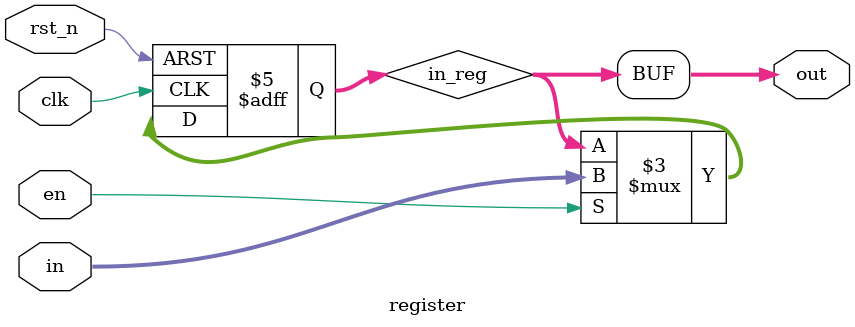
<source format=v>
`timescale 1ns / 1ps

module register #(
        parameter WIDTH = 8
    ) (
        input clk,
        input rst_n,
        input signed [WIDTH-1:0] in,
        output signed [WIDTH-1:0] out,
        input en
     );
    
    reg signed [WIDTH-1:0] in_reg;
    
    always @(posedge clk or negedge rst_n) begin
        if(!rst_n) begin
            in_reg <= 0;
        end else begin
            if(en) begin
                in_reg <= in;
            end
        end
    end
    

    
    assign out = in_reg;



endmodule

</source>
